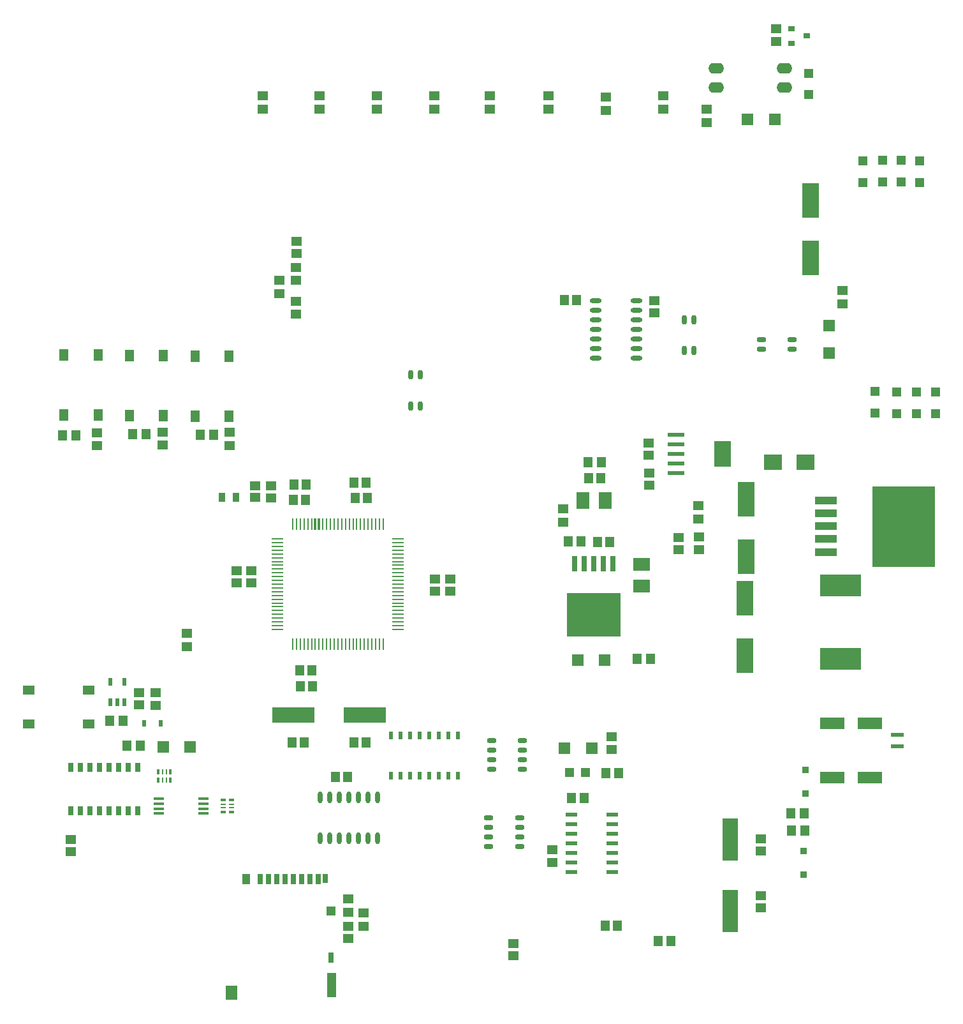
<source format=gtp>
G04*
G04 #@! TF.GenerationSoftware,Altium Limited,Altium Designer,20.0.13 (296)*
G04*
G04 Layer_Color=8421504*
%FSLAX44Y44*%
%MOMM*%
G71*
G01*
G75*
%ADD29R,1.8000X2.2300*%
%ADD30R,1.3000X1.5500*%
%ADD31R,1.3500X1.1500*%
%ADD32R,1.4000X1.3000*%
%ADD33R,2.3000X4.5500*%
%ADD34R,0.7000X1.4000*%
%ADD35R,0.7000X1.2000*%
%ADD36R,1.0000X1.4000*%
%ADD37R,1.5000X1.9000*%
%ADD38R,1.2000X3.2000*%
%ADD39R,1.2000X1.2000*%
%ADD40R,0.8000X1.4000*%
%ADD41R,0.5800X1.1200*%
%ADD42R,1.1500X1.3500*%
%ADD43R,1.5500X0.6000*%
%ADD44R,1.2000X1.2000*%
%ADD45O,1.2700X0.7600*%
%ADD46R,0.2500X0.6500*%
%ADD47R,0.3500X0.6500*%
%ADD48R,8.3800X10.6600*%
%ADD49R,3.0000X1.1000*%
%ADD50O,0.7600X1.2700*%
%ADD51R,1.5000X1.6000*%
%ADD52R,2.2000X0.6000*%
%ADD53R,2.2000X3.5000*%
%ADD54R,0.9500X0.9000*%
%ADD55O,1.5500X0.6000*%
%ADD56R,1.3000X1.4000*%
%ADD57R,1.5500X1.3000*%
%ADD58R,0.7600X2.0000*%
%ADD59R,7.1000X5.8500*%
%ADD60R,1.6000X1.5000*%
%ADD61R,2.1000X5.6000*%
%ADD62R,3.2000X1.6000*%
%ADD63O,0.6000X1.5500*%
%ADD64R,0.5500X1.0000*%
%ADD65R,0.6250X0.8300*%
%ADD66R,0.6500X0.2500*%
%ADD67R,0.6500X0.3500*%
%ADD68O,2.1000X1.4000*%
%ADD69R,0.6350X1.2700*%
%ADD70R,1.4500X0.3556*%
%ADD71R,1.8000X0.6000*%
%ADD72R,0.9000X0.8000*%
%ADD73R,5.6000X2.1000*%
%ADD74R,0.9000X1.3000*%
%ADD75R,0.2300X1.5200*%
%ADD76R,0.3316X1.6216*%
%ADD77R,1.5200X0.2300*%
%ADD78R,5.4000X2.9000*%
%ADD79R,2.4500X2.1500*%
%ADD80R,2.2300X1.8000*%
D29*
X1446850Y727750D02*
D03*
X1417650D02*
D03*
D30*
X773600Y921000D02*
D03*
Y841500D02*
D03*
X728600Y921000D02*
D03*
Y841500D02*
D03*
X860000Y920000D02*
D03*
Y840500D02*
D03*
X815000Y920000D02*
D03*
Y840500D02*
D03*
X947650Y919750D02*
D03*
Y840250D02*
D03*
X902650Y919750D02*
D03*
Y840250D02*
D03*
D31*
X1036500Y992500D02*
D03*
Y975000D02*
D03*
X1014000Y1020250D02*
D03*
Y1002750D02*
D03*
X1036500Y1020000D02*
D03*
Y1037500D02*
D03*
X1105750Y182250D02*
D03*
Y199750D02*
D03*
X1570750Y703750D02*
D03*
Y721250D02*
D03*
X1571500Y662750D02*
D03*
Y680250D02*
D03*
X1377000Y247750D02*
D03*
Y265250D02*
D03*
X1581718Y1229690D02*
D03*
Y1247190D02*
D03*
X1523750Y1247250D02*
D03*
Y1264750D02*
D03*
X1447750Y1245500D02*
D03*
Y1263000D02*
D03*
X1372000Y1247250D02*
D03*
Y1264750D02*
D03*
X1220000Y1247250D02*
D03*
Y1264750D02*
D03*
X1144000Y1247250D02*
D03*
Y1264750D02*
D03*
X1068000Y1247250D02*
D03*
Y1264750D02*
D03*
X992000Y1247250D02*
D03*
Y1264750D02*
D03*
X850250Y473500D02*
D03*
Y456000D02*
D03*
X891750Y534250D02*
D03*
Y551750D02*
D03*
X1391250Y699250D02*
D03*
Y716750D02*
D03*
X1673750Y1354000D02*
D03*
Y1336500D02*
D03*
X1455500Y415000D02*
D03*
Y397500D02*
D03*
X948150Y801300D02*
D03*
Y818800D02*
D03*
X859400Y801550D02*
D03*
Y819050D02*
D03*
X771900Y800550D02*
D03*
Y818050D02*
D03*
X1126250Y163750D02*
D03*
Y181250D02*
D03*
X1762000Y1006750D02*
D03*
Y989250D02*
D03*
X1294000Y1264750D02*
D03*
Y1247250D02*
D03*
D32*
X1037000Y1072000D02*
D03*
Y1056000D02*
D03*
X1241000Y608250D02*
D03*
Y624250D02*
D03*
X1221000Y608250D02*
D03*
Y624250D02*
D03*
X1653250Y263050D02*
D03*
Y279050D02*
D03*
X1105750Y163250D02*
D03*
Y147250D02*
D03*
X1512000Y993100D02*
D03*
Y977100D02*
D03*
X1505000Y804250D02*
D03*
Y788250D02*
D03*
X1324750Y140750D02*
D03*
Y124750D02*
D03*
X828250Y473000D02*
D03*
Y457000D02*
D03*
X1003300Y731500D02*
D03*
Y747500D02*
D03*
X977500Y635000D02*
D03*
Y619000D02*
D03*
X957500Y635000D02*
D03*
Y619000D02*
D03*
X1505250Y748250D02*
D03*
Y764250D02*
D03*
X737500Y278750D02*
D03*
Y262750D02*
D03*
X1653250Y203800D02*
D03*
Y187800D02*
D03*
X982000Y748000D02*
D03*
Y732000D02*
D03*
X1544000Y678750D02*
D03*
Y662750D02*
D03*
D33*
X1720000Y1125750D02*
D03*
Y1049750D02*
D03*
X1632750Y598750D02*
D03*
Y522750D02*
D03*
X1634250Y653500D02*
D03*
Y729500D02*
D03*
D34*
X989000Y225700D02*
D03*
X1000000D02*
D03*
X1011000D02*
D03*
X1022000D02*
D03*
X1033000D02*
D03*
X1044000D02*
D03*
X1055000D02*
D03*
X1066000D02*
D03*
D35*
X1075500Y226700D02*
D03*
D36*
X970000Y225700D02*
D03*
D37*
X951000Y75700D02*
D03*
D38*
X1084000Y85700D02*
D03*
D39*
X1083000Y183700D02*
D03*
X1860250Y872050D02*
D03*
X1834250D02*
D03*
X1805500Y872550D02*
D03*
X1885750Y872050D02*
D03*
X1789000Y1178550D02*
D03*
X1839750Y1179300D02*
D03*
X1815000D02*
D03*
X1864500Y1178300D02*
D03*
X1716918Y1294890D02*
D03*
D40*
X1083000Y121700D02*
D03*
D41*
X1162800Y363350D02*
D03*
X1175500D02*
D03*
X1188200D02*
D03*
X1200900D02*
D03*
X1213600D02*
D03*
X1226300D02*
D03*
X1239000D02*
D03*
X1251700D02*
D03*
X1162800Y416150D02*
D03*
X1175500D02*
D03*
X1188200D02*
D03*
X1200900D02*
D03*
X1213600D02*
D03*
X1226300D02*
D03*
X1239000D02*
D03*
X1251700D02*
D03*
D42*
X1447500Y366750D02*
D03*
X1465000D02*
D03*
X1419500Y333750D02*
D03*
X1402000D02*
D03*
X1712125Y290625D02*
D03*
X1694625D02*
D03*
X1711250Y313000D02*
D03*
X1693750D02*
D03*
X909650Y815300D02*
D03*
X927150D02*
D03*
X819650Y815800D02*
D03*
X837150D02*
D03*
X726400Y814800D02*
D03*
X743900D02*
D03*
X789250Y435750D02*
D03*
X806750D02*
D03*
X1415150Y673950D02*
D03*
X1397650D02*
D03*
X812000Y403250D02*
D03*
X829500D02*
D03*
X1517000Y143800D02*
D03*
X1534500D02*
D03*
X1489500Y518000D02*
D03*
X1507000D02*
D03*
X1424500Y779250D02*
D03*
X1442000D02*
D03*
D43*
X1402000Y311950D02*
D03*
Y299250D02*
D03*
Y286550D02*
D03*
Y273850D02*
D03*
Y261150D02*
D03*
Y248450D02*
D03*
Y235750D02*
D03*
X1456000Y311950D02*
D03*
Y299250D02*
D03*
Y286550D02*
D03*
Y273850D02*
D03*
Y261150D02*
D03*
Y248450D02*
D03*
Y235750D02*
D03*
D44*
X1421000Y367750D02*
D03*
X1400000D02*
D03*
X1860250Y843450D02*
D03*
X1834250D02*
D03*
X1805500Y843950D02*
D03*
X1885750Y843450D02*
D03*
X1789000Y1149950D02*
D03*
X1839750Y1150700D02*
D03*
X1815000D02*
D03*
X1864500Y1149700D02*
D03*
X1716918Y1266290D02*
D03*
D45*
X1654500Y941350D02*
D03*
Y928650D02*
D03*
X1695500Y941350D02*
D03*
Y928650D02*
D03*
X1337000Y396850D02*
D03*
Y409550D02*
D03*
X1296000Y396850D02*
D03*
Y409550D02*
D03*
X1296000Y384150D02*
D03*
Y371450D02*
D03*
X1337000D02*
D03*
Y384150D02*
D03*
X1292500Y294850D02*
D03*
Y307550D02*
D03*
X1333500D02*
D03*
Y294850D02*
D03*
X1333500Y269450D02*
D03*
Y282150D02*
D03*
X1292500Y269450D02*
D03*
Y282150D02*
D03*
D46*
X864250Y368000D02*
D03*
X859250D02*
D03*
Y357000D02*
D03*
X864250D02*
D03*
D47*
X869750Y368000D02*
D03*
X853750D02*
D03*
Y357000D02*
D03*
X869750D02*
D03*
D48*
X1843200Y693800D02*
D03*
D49*
X1740000Y659920D02*
D03*
Y676940D02*
D03*
Y693960D02*
D03*
Y710980D02*
D03*
Y728000D02*
D03*
D50*
X1552400Y926750D02*
D03*
X1565100D02*
D03*
X1552400Y967750D02*
D03*
X1565100D02*
D03*
X1201850Y894750D02*
D03*
X1189150D02*
D03*
X1201850Y853750D02*
D03*
X1189150D02*
D03*
D51*
X1446250Y516750D02*
D03*
X1410250D02*
D03*
X1429250Y399250D02*
D03*
X1393250D02*
D03*
X1636250Y1233250D02*
D03*
X1672250D02*
D03*
X860250Y401500D02*
D03*
X896250D02*
D03*
D52*
X1540750Y815650D02*
D03*
Y802950D02*
D03*
Y790250D02*
D03*
Y777550D02*
D03*
Y764850D02*
D03*
D53*
X1602750Y790250D02*
D03*
D54*
X1712500Y339750D02*
D03*
Y371250D02*
D03*
X1710250Y231750D02*
D03*
Y263250D02*
D03*
D55*
X1434200Y993100D02*
D03*
Y980400D02*
D03*
Y967700D02*
D03*
Y955000D02*
D03*
Y942300D02*
D03*
Y929600D02*
D03*
Y916900D02*
D03*
X1488200Y993100D02*
D03*
Y980400D02*
D03*
Y967700D02*
D03*
Y955000D02*
D03*
Y942300D02*
D03*
Y929600D02*
D03*
Y916900D02*
D03*
D56*
X1408750Y994000D02*
D03*
X1392750D02*
D03*
X1452800Y673450D02*
D03*
X1436800D02*
D03*
X1129750Y751500D02*
D03*
X1113750D02*
D03*
X1440800Y757450D02*
D03*
X1424800D02*
D03*
X1129500Y407250D02*
D03*
X1113500D02*
D03*
X1031500D02*
D03*
X1047500D02*
D03*
X1463250Y164000D02*
D03*
X1447250D02*
D03*
X1105250Y361200D02*
D03*
X1089250D02*
D03*
X1034000Y749250D02*
D03*
X1050000D02*
D03*
X1115188Y731520D02*
D03*
X1131188D02*
D03*
X1058000Y482000D02*
D03*
X1042000D02*
D03*
X1057400Y502900D02*
D03*
X1041400D02*
D03*
X1033400Y728750D02*
D03*
X1049400D02*
D03*
D57*
X761250Y431750D02*
D03*
X681750D02*
D03*
X761250Y476750D02*
D03*
X681750D02*
D03*
D58*
X1457200Y644325D02*
D03*
X1444500D02*
D03*
X1431800D02*
D03*
X1419100D02*
D03*
X1406400D02*
D03*
D59*
X1431800Y576575D02*
D03*
D60*
X1744000Y960000D02*
D03*
Y924000D02*
D03*
D61*
X1613250Y183800D02*
D03*
Y278800D02*
D03*
D62*
X1798500Y361000D02*
D03*
X1748500D02*
D03*
X1798500Y433000D02*
D03*
X1748500D02*
D03*
D63*
X1068650Y280250D02*
D03*
X1081350D02*
D03*
X1094050D02*
D03*
X1106750D02*
D03*
X1119450D02*
D03*
X1132150D02*
D03*
X1144850D02*
D03*
X1068650Y334250D02*
D03*
X1081350D02*
D03*
X1094050D02*
D03*
X1106750D02*
D03*
X1119450D02*
D03*
X1132150D02*
D03*
X1144850D02*
D03*
D64*
X789750Y460750D02*
D03*
X799250D02*
D03*
X808750D02*
D03*
X789750Y487750D02*
D03*
X808750D02*
D03*
D65*
X834625Y432250D02*
D03*
X856875D02*
D03*
D66*
X950750Y320500D02*
D03*
Y325500D02*
D03*
X939750D02*
D03*
Y320500D02*
D03*
D67*
X950750Y315000D02*
D03*
Y331000D02*
D03*
X939750D02*
D03*
Y315000D02*
D03*
D68*
X1685218Y1275740D02*
D03*
Y1301140D02*
D03*
X1594218Y1275740D02*
D03*
Y1301140D02*
D03*
D69*
X737300Y316900D02*
D03*
X750000D02*
D03*
X762700D02*
D03*
X775400D02*
D03*
X788100D02*
D03*
X800800D02*
D03*
X813500D02*
D03*
X826200D02*
D03*
X737300Y374100D02*
D03*
X750000D02*
D03*
X762700D02*
D03*
X775400D02*
D03*
X788100D02*
D03*
X800800D02*
D03*
X813500D02*
D03*
X826200D02*
D03*
D70*
X913750Y312925D02*
D03*
Y319475D02*
D03*
Y326025D02*
D03*
Y332575D02*
D03*
X854750Y312925D02*
D03*
Y319475D02*
D03*
Y326025D02*
D03*
Y332575D02*
D03*
D71*
X1834500Y417750D02*
D03*
Y401750D02*
D03*
D72*
X1694218Y1353590D02*
D03*
Y1334590D02*
D03*
X1714218Y1344090D02*
D03*
D73*
X1128000Y443500D02*
D03*
X1033000D02*
D03*
D74*
X957000Y732000D02*
D03*
X938000D02*
D03*
D75*
X1032200Y697200D02*
D03*
X1037200D02*
D03*
X1042200D02*
D03*
X1047200D02*
D03*
X1052200D02*
D03*
X1057200D02*
D03*
X1072200D02*
D03*
X1077200D02*
D03*
X1082200D02*
D03*
X1087200D02*
D03*
X1092200D02*
D03*
X1097200D02*
D03*
X1102200D02*
D03*
X1107200D02*
D03*
X1112200D02*
D03*
X1117200D02*
D03*
X1122200D02*
D03*
X1127200D02*
D03*
X1132200D02*
D03*
X1137200D02*
D03*
X1142200D02*
D03*
X1147200D02*
D03*
X1152200D02*
D03*
Y537200D02*
D03*
X1147200D02*
D03*
X1142200D02*
D03*
X1137200D02*
D03*
X1132200D02*
D03*
X1127200D02*
D03*
X1122200D02*
D03*
X1117200D02*
D03*
X1112200D02*
D03*
X1107200D02*
D03*
X1102200D02*
D03*
X1097200D02*
D03*
X1092200D02*
D03*
X1087200D02*
D03*
X1082200D02*
D03*
X1077200D02*
D03*
X1072200D02*
D03*
X1067200D02*
D03*
X1062200D02*
D03*
X1057200D02*
D03*
X1052200D02*
D03*
X1047200D02*
D03*
X1042200D02*
D03*
X1037200D02*
D03*
X1032200D02*
D03*
D76*
X1062200Y697200D02*
D03*
X1067200D02*
D03*
D77*
X1172200Y677200D02*
D03*
Y672200D02*
D03*
Y667200D02*
D03*
Y662200D02*
D03*
Y657200D02*
D03*
Y652200D02*
D03*
Y647200D02*
D03*
Y642200D02*
D03*
Y637200D02*
D03*
Y632200D02*
D03*
Y627200D02*
D03*
Y622200D02*
D03*
Y617200D02*
D03*
Y612200D02*
D03*
Y607200D02*
D03*
Y602200D02*
D03*
Y597200D02*
D03*
Y592200D02*
D03*
Y587200D02*
D03*
Y582200D02*
D03*
Y577200D02*
D03*
Y572200D02*
D03*
Y567200D02*
D03*
Y562200D02*
D03*
Y557200D02*
D03*
X1012200D02*
D03*
Y562200D02*
D03*
Y567200D02*
D03*
Y572200D02*
D03*
Y577200D02*
D03*
Y582200D02*
D03*
Y587200D02*
D03*
Y592200D02*
D03*
Y597200D02*
D03*
Y602200D02*
D03*
Y607200D02*
D03*
Y612200D02*
D03*
Y617200D02*
D03*
Y622200D02*
D03*
Y627200D02*
D03*
Y632200D02*
D03*
Y637200D02*
D03*
Y642200D02*
D03*
Y647200D02*
D03*
Y652200D02*
D03*
Y657200D02*
D03*
Y662200D02*
D03*
Y667200D02*
D03*
Y672200D02*
D03*
Y677200D02*
D03*
D78*
X1759750Y615250D02*
D03*
Y518250D02*
D03*
D79*
X1669750Y779250D02*
D03*
X1712750D02*
D03*
D80*
X1495250Y643850D02*
D03*
Y614650D02*
D03*
M02*

</source>
